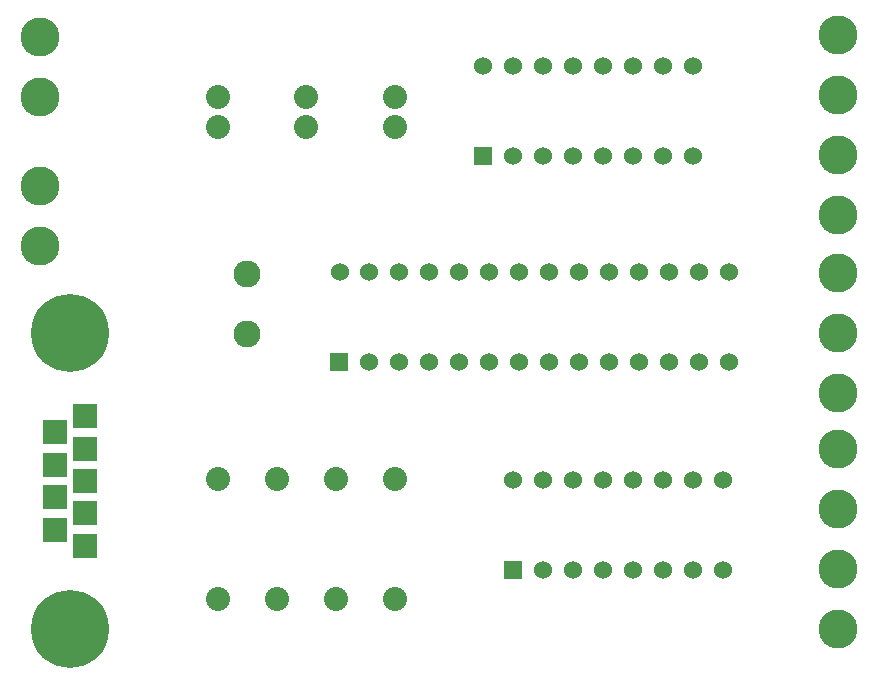
<source format=gbr>
G04 PROTEUS GERBER X2 FILE*
%TF.GenerationSoftware,Labcenter,Proteus,8.12-SP0-Build30713*%
%TF.CreationDate,2022-01-23T14:34:13+00:00*%
%TF.FileFunction,Soldermask,Top*%
%TF.FilePolarity,Negative*%
%TF.Part,Single*%
%TF.SameCoordinates,{31d8c894-68c1-4210-9226-32e75d25b3a7}*%
%FSLAX45Y45*%
%MOMM*%
G01*
%AMPPAD009*
4,1,36,
-0.762000,-0.635000,
-0.762000,0.635000,
-0.759470,0.660970,
-0.752200,0.684980,
-0.740650,0.706580,
-0.725290,0.725290,
-0.706570,0.740650,
-0.684980,0.752200,
-0.660970,0.759470,
-0.635000,0.762000,
0.635000,0.762000,
0.660970,0.759470,
0.684980,0.752200,
0.706570,0.740650,
0.725290,0.725290,
0.740650,0.706580,
0.752200,0.684980,
0.759470,0.660970,
0.762000,0.635000,
0.762000,-0.635000,
0.759470,-0.660970,
0.752200,-0.684980,
0.740650,-0.706580,
0.725290,-0.725290,
0.706570,-0.740650,
0.684980,-0.752200,
0.660970,-0.759470,
0.635000,-0.762000,
-0.635000,-0.762000,
-0.660970,-0.759470,
-0.684980,-0.752200,
-0.706570,-0.740650,
-0.725290,-0.725290,
-0.740650,-0.706580,
-0.752200,-0.684980,
-0.759470,-0.660970,
-0.762000,-0.635000,
0*%
%TA.AperFunction,Material*%
%ADD19PPAD009*%
%ADD70C,1.524000*%
%AMPPAD011*
4,1,36,
-0.635000,0.762000,
0.635000,0.762000,
0.660970,0.759470,
0.684980,0.752200,
0.706580,0.740650,
0.725290,0.725290,
0.740650,0.706570,
0.752200,0.684980,
0.759470,0.660970,
0.762000,0.635000,
0.762000,-0.635000,
0.759470,-0.660970,
0.752200,-0.684980,
0.740650,-0.706570,
0.725290,-0.725290,
0.706580,-0.740650,
0.684980,-0.752200,
0.660970,-0.759470,
0.635000,-0.762000,
-0.635000,-0.762000,
-0.660970,-0.759470,
-0.684980,-0.752200,
-0.706580,-0.740650,
-0.725290,-0.725290,
-0.740650,-0.706570,
-0.752200,-0.684980,
-0.759470,-0.660970,
-0.762000,-0.635000,
-0.762000,0.635000,
-0.759470,0.660970,
-0.752200,0.684980,
-0.740650,0.706570,
-0.725290,0.725290,
-0.706580,0.740650,
-0.684980,0.752200,
-0.660970,0.759470,
-0.635000,0.762000,
0*%
%TA.AperFunction,Material*%
%ADD71PPAD011*%
%TA.AperFunction,Material*%
%ADD20C,3.302000*%
%ADD21C,2.032000*%
%AMPPAD014*
4,1,36,
-1.016000,-0.889000,
-1.016000,0.889000,
-1.013470,0.914970,
-1.006200,0.938980,
-0.994650,0.960580,
-0.979290,0.979290,
-0.960570,0.994650,
-0.938980,1.006200,
-0.914970,1.013470,
-0.889000,1.016000,
0.889000,1.016000,
0.914970,1.013470,
0.938980,1.006200,
0.960570,0.994650,
0.979290,0.979290,
0.994650,0.960580,
1.006200,0.938980,
1.013470,0.914970,
1.016000,0.889000,
1.016000,-0.889000,
1.013470,-0.914970,
1.006200,-0.938980,
0.994650,-0.960580,
0.979290,-0.979290,
0.960570,-0.994650,
0.938980,-1.006200,
0.914970,-1.013470,
0.889000,-1.016000,
-0.889000,-1.016000,
-0.914970,-1.013470,
-0.938980,-1.006200,
-0.960570,-0.994650,
-0.979290,-0.979290,
-0.994650,-0.960580,
-1.006200,-0.938980,
-1.013470,-0.914970,
-1.016000,-0.889000,
0*%
%TA.AperFunction,Material*%
%ADD22PPAD014*%
%ADD23C,6.604000*%
%TA.AperFunction,Material*%
%ADD24C,2.286000*%
%TD.AperFunction*%
D19*
X-4468000Y+4262000D03*
D70*
X-4214000Y+4262000D03*
X-3960000Y+4262000D03*
X-3706000Y+4262000D03*
X-3452000Y+4262000D03*
X-3198000Y+4262000D03*
X-2944000Y+4262000D03*
X-2690000Y+4262000D03*
X-2436000Y+4262000D03*
X-2182000Y+4262000D03*
X-1928000Y+4262000D03*
X-1674000Y+4262000D03*
X-1420000Y+4262000D03*
X-1166000Y+4262000D03*
X-1166000Y+5024000D03*
X-1420000Y+5024000D03*
X-1674000Y+5024000D03*
X-1928000Y+5024000D03*
X-2182000Y+5024000D03*
X-2436000Y+5024000D03*
X-2690000Y+5024000D03*
X-2944000Y+5024000D03*
X-3198000Y+5024000D03*
X-3452000Y+5024000D03*
X-3706000Y+5024000D03*
X-3960000Y+5024000D03*
X-4214000Y+5024000D03*
X-4466000Y+5024000D03*
D71*
X-3000000Y+2500000D03*
D70*
X-2746000Y+2500000D03*
X-2492000Y+2500000D03*
X-2238000Y+2500000D03*
X-1984000Y+2500000D03*
X-1730000Y+2500000D03*
X-1476000Y+2500000D03*
X-1222000Y+2500000D03*
X-1222000Y+3262000D03*
X-1476000Y+3262000D03*
X-1730000Y+3262000D03*
X-1984000Y+3262000D03*
X-2238000Y+3262000D03*
X-2492000Y+3262000D03*
X-2746000Y+3262000D03*
X-3000000Y+3262000D03*
D71*
X-3250000Y+6000000D03*
D70*
X-2996000Y+6000000D03*
X-2742000Y+6000000D03*
X-2488000Y+6000000D03*
X-2234000Y+6000000D03*
X-1980000Y+6000000D03*
X-1726000Y+6000000D03*
X-1472000Y+6000000D03*
X-1472000Y+6762000D03*
X-1726000Y+6762000D03*
X-1980000Y+6762000D03*
X-2234000Y+6762000D03*
X-2488000Y+6762000D03*
X-2742000Y+6762000D03*
X-2996000Y+6762000D03*
X-3250000Y+6762000D03*
D20*
X-7000000Y+6500000D03*
X-7000000Y+7008000D03*
X-250000Y+2000000D03*
X-250000Y+2508000D03*
X-250000Y+3016000D03*
X-250000Y+3524000D03*
X-250000Y+5500000D03*
X-250000Y+6008000D03*
X-250000Y+6516000D03*
X-250000Y+7024000D03*
X-250000Y+4000000D03*
X-250000Y+4508000D03*
X-250000Y+5016000D03*
D21*
X-4000000Y+2250000D03*
X-4000000Y+3266000D03*
X-4500000Y+2250000D03*
X-4500000Y+3266000D03*
X-5000000Y+2250000D03*
X-5000000Y+3266000D03*
X-5500000Y+2250000D03*
X-5500000Y+3266000D03*
X-4000000Y+6250000D03*
X-4000000Y+6504000D03*
X-4750000Y+6250000D03*
X-4750000Y+6504000D03*
X-5500000Y+6250000D03*
X-5500000Y+6504000D03*
D22*
X-6623000Y+2701680D03*
X-6623000Y+2976000D03*
X-6623000Y+3250320D03*
X-6623000Y+3524640D03*
X-6623000Y+3798960D03*
X-6877000Y+2838840D03*
X-6877000Y+3113160D03*
X-6877000Y+3387480D03*
X-6877000Y+3661800D03*
D23*
X-6750000Y+2000640D03*
X-6750000Y+4500000D03*
D24*
X-5250000Y+5000000D03*
X-5250000Y+4492000D03*
D20*
X-7000000Y+5242000D03*
X-7000000Y+5750000D03*
M02*

</source>
